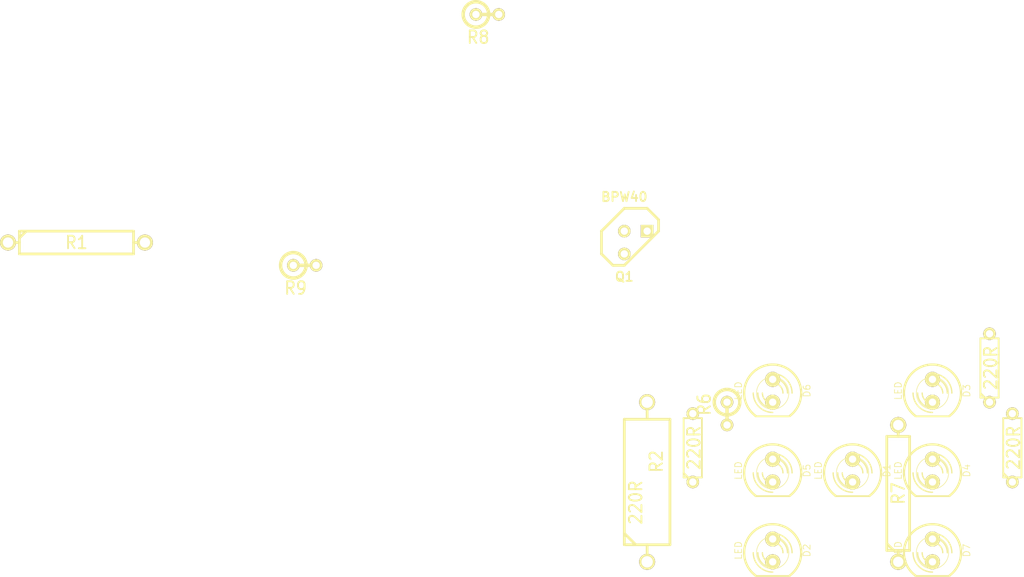
<source format=kicad_pcb>
(kicad_pcb (version 3) (host pcbnew "(22-Jun-2014 BZR 4027)-stable")

  (general
    (links 18)
    (no_connects 18)
    (area 16.8275 21.488399 134.02945 98.450401)
    (thickness 1.6)
    (drawings 0)
    (tracks 0)
    (zones 0)
    (modules 17)
    (nets 17)
  )

  (page A3)
  (layers
    (15 F.Cu signal)
    (0 B.Cu signal)
    (16 B.Adhes user)
    (17 F.Adhes user)
    (18 B.Paste user)
    (19 F.Paste user)
    (20 B.SilkS user)
    (21 F.SilkS user)
    (22 B.Mask user)
    (23 F.Mask user)
    (24 Dwgs.User user)
    (25 Cmts.User user)
    (26 Eco1.User user)
    (27 Eco2.User user)
    (28 Edge.Cuts user)
  )

  (setup
    (last_trace_width 0.254)
    (trace_clearance 0.254)
    (zone_clearance 0.508)
    (zone_45_only no)
    (trace_min 0.254)
    (segment_width 0.2)
    (edge_width 0.1)
    (via_size 0.889)
    (via_drill 0.635)
    (via_min_size 0.889)
    (via_min_drill 0.508)
    (uvia_size 0.508)
    (uvia_drill 0.127)
    (uvias_allowed no)
    (uvia_min_size 0.508)
    (uvia_min_drill 0.127)
    (pcb_text_width 0.3)
    (pcb_text_size 1.5 1.5)
    (mod_edge_width 0.15)
    (mod_text_size 1 1)
    (mod_text_width 0.15)
    (pad_size 1.5 1.5)
    (pad_drill 0.6)
    (pad_to_mask_clearance 0)
    (aux_axis_origin 0 0)
    (visible_elements FFFFFFBF)
    (pcbplotparams
      (layerselection 3178497)
      (usegerberextensions true)
      (excludeedgelayer true)
      (linewidth 0.150000)
      (plotframeref false)
      (viasonmask false)
      (mode 1)
      (useauxorigin false)
      (hpglpennumber 1)
      (hpglpenspeed 20)
      (hpglpendiameter 15)
      (hpglpenoverlay 2)
      (psnegative false)
      (psa4output false)
      (plotreference true)
      (plotvalue true)
      (plotothertext true)
      (plotinvisibletext false)
      (padsonsilk false)
      (subtractmaskfromsilk false)
      (outputformat 1)
      (mirror false)
      (drillshape 1)
      (scaleselection 1)
      (outputdirectory ""))
  )

  (net 0 "")
  (net 1 GND)
  (net 2 N-000001)
  (net 3 N-0000010)
  (net 4 N-0000011)
  (net 5 N-0000012)
  (net 6 N-0000013)
  (net 7 N-0000014)
  (net 8 N-0000015)
  (net 9 N-000002)
  (net 10 N-000003)
  (net 11 N-000004)
  (net 12 N-000005)
  (net 13 N-000006)
  (net 14 N-000007)
  (net 15 N-000008)
  (net 16 VCC)

  (net_class Default "Dies ist die voreingestellte Netzklasse."
    (clearance 0.254)
    (trace_width 0.254)
    (via_dia 0.889)
    (via_drill 0.635)
    (uvia_dia 0.508)
    (uvia_drill 0.127)
    (add_net "")
    (add_net GND)
    (add_net N-000001)
    (add_net N-0000010)
    (add_net N-0000011)
    (add_net N-0000012)
    (add_net N-0000013)
    (add_net N-0000014)
    (add_net N-0000015)
    (add_net N-000002)
    (add_net N-000003)
    (add_net N-000004)
    (add_net N-000005)
    (add_net N-000006)
    (add_net N-000007)
    (add_net N-000008)
    (add_net VCC)
  )

  (module TO92 (layer F.Cu) (tedit 443CFFD1) (tstamp 55ABC1FE)
    (at 96.52 60.96)
    (descr "Transistor TO92 brochage type BC237")
    (tags "TR TO92")
    (path /55994683)
    (fp_text reference Q1 (at -1.27 3.81) (layer F.SilkS)
      (effects (font (size 1.016 1.016) (thickness 0.2032)))
    )
    (fp_text value BPW40 (at -1.27 -5.08) (layer F.SilkS)
      (effects (font (size 1.016 1.016) (thickness 0.2032)))
    )
    (fp_line (start -1.27 2.54) (end 2.54 -1.27) (layer F.SilkS) (width 0.3048))
    (fp_line (start 2.54 -1.27) (end 2.54 -2.54) (layer F.SilkS) (width 0.3048))
    (fp_line (start 2.54 -2.54) (end 1.27 -3.81) (layer F.SilkS) (width 0.3048))
    (fp_line (start 1.27 -3.81) (end -1.27 -3.81) (layer F.SilkS) (width 0.3048))
    (fp_line (start -1.27 -3.81) (end -3.81 -1.27) (layer F.SilkS) (width 0.3048))
    (fp_line (start -3.81 -1.27) (end -3.81 1.27) (layer F.SilkS) (width 0.3048))
    (fp_line (start -3.81 1.27) (end -2.54 2.54) (layer F.SilkS) (width 0.3048))
    (fp_line (start -2.54 2.54) (end -1.27 2.54) (layer F.SilkS) (width 0.3048))
    (pad 1 thru_hole rect (at 1.27 -1.27) (size 1.397 1.397) (drill 0.8128)
      (layers *.Cu *.Mask F.SilkS)
      (net 8 N-0000015)
    )
    (pad 2 thru_hole circle (at -1.27 -1.27) (size 1.397 1.397) (drill 0.8128)
      (layers *.Cu *.Mask F.SilkS)
    )
    (pad 3 thru_hole circle (at -1.27 1.27) (size 1.397 1.397) (drill 0.8128)
      (layers *.Cu *.Mask F.SilkS)
      (net 1 GND)
    )
    (model discret/to98.wrl
      (at (xyz 0 0 0))
      (scale (xyz 1 1 1))
      (rotate (xyz 0 0 0))
    )
  )

  (module R7 (layer F.Cu) (tedit 200000) (tstamp 55ABC20E)
    (at 97.79 87.63 90)
    (descr "Resitance 7 pas")
    (tags R)
    (path /5599441B)
    (autoplace_cost180 10)
    (fp_text reference R2 (at 2.286 1.016 90) (layer F.SilkS)
      (effects (font (size 1.397 1.27) (thickness 0.2032)))
    )
    (fp_text value 220R (at -2.286 -1.27 90) (layer F.SilkS)
      (effects (font (size 1.397 1.27) (thickness 0.2032)))
    )
    (fp_line (start -8.89 0) (end -8.89 0) (layer F.SilkS) (width 0.3048))
    (fp_line (start -8.89 0) (end -8.89 0) (layer F.SilkS) (width 0.3048))
    (fp_line (start 6.985 0) (end 8.89 0) (layer F.SilkS) (width 0.3048))
    (fp_line (start 8.89 0) (end 8.89 0) (layer F.SilkS) (width 0.3048))
    (fp_line (start 6.985 2.54) (end -6.985 2.54) (layer F.SilkS) (width 0.3048))
    (fp_line (start -6.985 -2.54) (end 6.985 -2.54) (layer F.SilkS) (width 0.3048))
    (fp_line (start -6.985 -1.27) (end -5.715 -2.54) (layer F.SilkS) (width 0.3048))
    (fp_line (start 6.985 -2.54) (end 6.985 2.54) (layer F.SilkS) (width 0.3048))
    (fp_line (start -6.985 -2.54) (end -6.985 2.54) (layer F.SilkS) (width 0.3048))
    (fp_line (start -8.89 0) (end -6.985 0) (layer F.SilkS) (width 0.3048))
    (pad 1 thru_hole circle (at -8.89 0 90) (size 1.778 1.778) (drill 1.27)
      (layers *.Cu *.Mask F.SilkS)
      (net 10 N-000003)
    )
    (pad 2 thru_hole circle (at 8.89 0 90) (size 1.778 1.778) (drill 1.27)
      (layers *.Cu *.Mask F.SilkS)
      (net 5 N-0000012)
    )
    (model discret/resistor.wrl
      (at (xyz 0 0 0))
      (scale (xyz 0.7 0.7 0.7))
      (rotate (xyz 0 0 0))
    )
  )

  (module R6 (layer F.Cu) (tedit 200000) (tstamp 55ABC21B)
    (at 125.73 88.9 90)
    (descr "Resistance 6 pas")
    (tags R)
    (path /559934D7)
    (autoplace_cost180 10)
    (fp_text reference R7 (at 0 0 90) (layer F.SilkS)
      (effects (font (size 1.397 1.27) (thickness 0.2032)))
    )
    (fp_text value 220R (at 0.254 0 90) (layer F.SilkS) hide
      (effects (font (size 1.397 1.27) (thickness 0.2032)))
    )
    (fp_line (start -6.35 -1.27) (end 6.35 -1.27) (layer F.SilkS) (width 0.3048))
    (fp_line (start 6.35 -1.27) (end 6.35 1.27) (layer F.SilkS) (width 0.3048))
    (fp_line (start 6.35 1.27) (end -6.35 1.27) (layer F.SilkS) (width 0.3048))
    (fp_line (start 6.35 0) (end 7.62 0) (layer F.SilkS) (width 0.3048))
    (fp_line (start -7.62 0) (end -6.35 0) (layer F.SilkS) (width 0.3048))
    (fp_line (start -6.35 -0.508) (end -5.588 -1.27) (layer F.SilkS) (width 0.3048))
    (fp_line (start -6.35 -1.27) (end -6.35 1.27) (layer F.SilkS) (width 0.3048))
    (pad 1 thru_hole circle (at -7.62 0 90) (size 1.778 1.778) (drill 1.143)
      (layers *.Cu *.Mask F.SilkS)
      (net 15 N-000008)
    )
    (pad 2 thru_hole circle (at 7.62 0 90) (size 1.778 1.778) (drill 1.143)
      (layers *.Cu *.Mask F.SilkS)
      (net 7 N-0000014)
    )
    (model discret/resistor.wrl
      (at (xyz 0 0 0))
      (scale (xyz 0.6 0.6 0.6))
      (rotate (xyz 0 0 0))
    )
  )

  (module R6 (layer F.Cu) (tedit 200000) (tstamp 55ABC228)
    (at 34.29 60.96)
    (descr "Resistance 6 pas")
    (tags R)
    (path /559943E7)
    (autoplace_cost180 10)
    (fp_text reference R1 (at 0 0) (layer F.SilkS)
      (effects (font (size 1.397 1.27) (thickness 0.2032)))
    )
    (fp_text value 220R (at 0.254 0) (layer F.SilkS) hide
      (effects (font (size 1.397 1.27) (thickness 0.2032)))
    )
    (fp_line (start -6.35 -1.27) (end 6.35 -1.27) (layer F.SilkS) (width 0.3048))
    (fp_line (start 6.35 -1.27) (end 6.35 1.27) (layer F.SilkS) (width 0.3048))
    (fp_line (start 6.35 1.27) (end -6.35 1.27) (layer F.SilkS) (width 0.3048))
    (fp_line (start 6.35 0) (end 7.62 0) (layer F.SilkS) (width 0.3048))
    (fp_line (start -7.62 0) (end -6.35 0) (layer F.SilkS) (width 0.3048))
    (fp_line (start -6.35 -0.508) (end -5.588 -1.27) (layer F.SilkS) (width 0.3048))
    (fp_line (start -6.35 -1.27) (end -6.35 1.27) (layer F.SilkS) (width 0.3048))
    (pad 1 thru_hole circle (at -7.62 0) (size 1.778 1.778) (drill 1.143)
      (layers *.Cu *.Mask F.SilkS)
      (net 13 N-000006)
    )
    (pad 2 thru_hole circle (at 7.62 0) (size 1.778 1.778) (drill 1.143)
      (layers *.Cu *.Mask F.SilkS)
      (net 4 N-0000011)
    )
    (model discret/resistor.wrl
      (at (xyz 0 0 0))
      (scale (xyz 0.6 0.6 0.6))
      (rotate (xyz 0 0 0))
    )
  )

  (module R3 (layer F.Cu) (tedit 4E4C0E65) (tstamp 55ABC236)
    (at 102.87 83.82 90)
    (descr "Resitance 3 pas")
    (tags R)
    (path /559943F4)
    (autoplace_cost180 10)
    (fp_text reference R5 (at 0 0.127 90) (layer F.SilkS) hide
      (effects (font (size 1.397 1.27) (thickness 0.2032)))
    )
    (fp_text value 220R (at 0 0.127 90) (layer F.SilkS)
      (effects (font (size 1.397 1.27) (thickness 0.2032)))
    )
    (fp_line (start -3.81 0) (end -3.302 0) (layer F.SilkS) (width 0.2032))
    (fp_line (start 3.81 0) (end 3.302 0) (layer F.SilkS) (width 0.2032))
    (fp_line (start 3.302 0) (end 3.302 -1.016) (layer F.SilkS) (width 0.2032))
    (fp_line (start 3.302 -1.016) (end -3.302 -1.016) (layer F.SilkS) (width 0.2032))
    (fp_line (start -3.302 -1.016) (end -3.302 1.016) (layer F.SilkS) (width 0.2032))
    (fp_line (start -3.302 1.016) (end 3.302 1.016) (layer F.SilkS) (width 0.2032))
    (fp_line (start 3.302 1.016) (end 3.302 0) (layer F.SilkS) (width 0.2032))
    (fp_line (start -3.302 -0.508) (end -2.794 -1.016) (layer F.SilkS) (width 0.2032))
    (pad 1 thru_hole circle (at -3.81 0 90) (size 1.397 1.397) (drill 0.8128)
      (layers *.Cu *.Mask F.SilkS)
      (net 12 N-000005)
    )
    (pad 2 thru_hole circle (at 3.81 0 90) (size 1.397 1.397) (drill 0.8128)
      (layers *.Cu *.Mask F.SilkS)
      (net 9 N-000002)
    )
    (model discret/resistor.wrl
      (at (xyz 0 0 0))
      (scale (xyz 0.3 0.3 0.3))
      (rotate (xyz 0 0 0))
    )
  )

  (module R3 (layer F.Cu) (tedit 4E4C0E65) (tstamp 55ABC244)
    (at 138.43 83.82 90)
    (descr "Resitance 3 pas")
    (tags R)
    (path /55994401)
    (autoplace_cost180 10)
    (fp_text reference R4 (at 0 0.127 90) (layer F.SilkS) hide
      (effects (font (size 1.397 1.27) (thickness 0.2032)))
    )
    (fp_text value 220R (at 0 0.127 90) (layer F.SilkS)
      (effects (font (size 1.397 1.27) (thickness 0.2032)))
    )
    (fp_line (start -3.81 0) (end -3.302 0) (layer F.SilkS) (width 0.2032))
    (fp_line (start 3.81 0) (end 3.302 0) (layer F.SilkS) (width 0.2032))
    (fp_line (start 3.302 0) (end 3.302 -1.016) (layer F.SilkS) (width 0.2032))
    (fp_line (start 3.302 -1.016) (end -3.302 -1.016) (layer F.SilkS) (width 0.2032))
    (fp_line (start -3.302 -1.016) (end -3.302 1.016) (layer F.SilkS) (width 0.2032))
    (fp_line (start -3.302 1.016) (end 3.302 1.016) (layer F.SilkS) (width 0.2032))
    (fp_line (start 3.302 1.016) (end 3.302 0) (layer F.SilkS) (width 0.2032))
    (fp_line (start -3.302 -0.508) (end -2.794 -1.016) (layer F.SilkS) (width 0.2032))
    (pad 1 thru_hole circle (at -3.81 0 90) (size 1.397 1.397) (drill 0.8128)
      (layers *.Cu *.Mask F.SilkS)
      (net 11 N-000004)
    )
    (pad 2 thru_hole circle (at 3.81 0 90) (size 1.397 1.397) (drill 0.8128)
      (layers *.Cu *.Mask F.SilkS)
      (net 9 N-000002)
    )
    (model discret/resistor.wrl
      (at (xyz 0 0 0))
      (scale (xyz 0.3 0.3 0.3))
      (rotate (xyz 0 0 0))
    )
  )

  (module R3 (layer F.Cu) (tedit 4E4C0E65) (tstamp 55ABC252)
    (at 135.89 74.93 90)
    (descr "Resitance 3 pas")
    (tags R)
    (path /5599440E)
    (autoplace_cost180 10)
    (fp_text reference R3 (at 0 0.127 90) (layer F.SilkS) hide
      (effects (font (size 1.397 1.27) (thickness 0.2032)))
    )
    (fp_text value 220R (at 0 0.127 90) (layer F.SilkS)
      (effects (font (size 1.397 1.27) (thickness 0.2032)))
    )
    (fp_line (start -3.81 0) (end -3.302 0) (layer F.SilkS) (width 0.2032))
    (fp_line (start 3.81 0) (end 3.302 0) (layer F.SilkS) (width 0.2032))
    (fp_line (start 3.302 0) (end 3.302 -1.016) (layer F.SilkS) (width 0.2032))
    (fp_line (start 3.302 -1.016) (end -3.302 -1.016) (layer F.SilkS) (width 0.2032))
    (fp_line (start -3.302 -1.016) (end -3.302 1.016) (layer F.SilkS) (width 0.2032))
    (fp_line (start -3.302 1.016) (end 3.302 1.016) (layer F.SilkS) (width 0.2032))
    (fp_line (start 3.302 1.016) (end 3.302 0) (layer F.SilkS) (width 0.2032))
    (fp_line (start -3.302 -0.508) (end -2.794 -1.016) (layer F.SilkS) (width 0.2032))
    (pad 1 thru_hole circle (at -3.81 0 90) (size 1.397 1.397) (drill 0.8128)
      (layers *.Cu *.Mask F.SilkS)
      (net 2 N-000001)
    )
    (pad 2 thru_hole circle (at 3.81 0 90) (size 1.397 1.397) (drill 0.8128)
      (layers *.Cu *.Mask F.SilkS)
      (net 5 N-0000012)
    )
    (model discret/resistor.wrl
      (at (xyz 0 0 0))
      (scale (xyz 0.3 0.3 0.3))
      (rotate (xyz 0 0 0))
    )
  )

  (module R1 (layer F.Cu) (tedit 200000) (tstamp 55ABC25A)
    (at 59.69 63.5)
    (descr "Resistance verticale")
    (tags R)
    (path /55AB861B)
    (autoplace_cost90 10)
    (autoplace_cost180 10)
    (fp_text reference R9 (at -1.016 2.54) (layer F.SilkS)
      (effects (font (size 1.397 1.27) (thickness 0.2032)))
    )
    (fp_text value 10K (at -1.143 2.54) (layer F.SilkS) hide
      (effects (font (size 1.397 1.27) (thickness 0.2032)))
    )
    (fp_line (start -1.27 0) (end 1.27 0) (layer F.SilkS) (width 0.381))
    (fp_circle (center -1.27 0) (end -0.635 1.27) (layer F.SilkS) (width 0.381))
    (pad 1 thru_hole circle (at -1.27 0) (size 1.397 1.397) (drill 0.8128)
      (layers *.Cu *.Mask F.SilkS)
      (net 16 VCC)
    )
    (pad 2 thru_hole circle (at 1.27 0) (size 1.397 1.397) (drill 0.8128)
      (layers *.Cu *.Mask F.SilkS)
      (net 3 N-0000010)
    )
    (model discret/verti_resistor.wrl
      (at (xyz 0 0 0))
      (scale (xyz 1 1 1))
      (rotate (xyz 0 0 0))
    )
  )

  (module R1 (layer F.Cu) (tedit 200000) (tstamp 55ABC262)
    (at 80.01 35.56)
    (descr "Resistance verticale")
    (tags R)
    (path /559946F1)
    (autoplace_cost90 10)
    (autoplace_cost180 10)
    (fp_text reference R8 (at -1.016 2.54) (layer F.SilkS)
      (effects (font (size 1.397 1.27) (thickness 0.2032)))
    )
    (fp_text value 12K (at -1.143 2.54) (layer F.SilkS) hide
      (effects (font (size 1.397 1.27) (thickness 0.2032)))
    )
    (fp_line (start -1.27 0) (end 1.27 0) (layer F.SilkS) (width 0.381))
    (fp_circle (center -1.27 0) (end -0.635 1.27) (layer F.SilkS) (width 0.381))
    (pad 1 thru_hole circle (at -1.27 0) (size 1.397 1.397) (drill 0.8128)
      (layers *.Cu *.Mask F.SilkS)
      (net 16 VCC)
    )
    (pad 2 thru_hole circle (at 1.27 0) (size 1.397 1.397) (drill 0.8128)
      (layers *.Cu *.Mask F.SilkS)
      (net 6 N-0000013)
    )
    (model discret/verti_resistor.wrl
      (at (xyz 0 0 0))
      (scale (xyz 1 1 1))
      (rotate (xyz 0 0 0))
    )
  )

  (module R1 (layer F.Cu) (tedit 200000) (tstamp 55ABC26A)
    (at 106.68 80.01 270)
    (descr "Resistance verticale")
    (tags R)
    (path /559943D6)
    (autoplace_cost90 10)
    (autoplace_cost180 10)
    (fp_text reference R6 (at -1.016 2.54 270) (layer F.SilkS)
      (effects (font (size 1.397 1.27) (thickness 0.2032)))
    )
    (fp_text value 220R (at -1.143 2.54 270) (layer F.SilkS) hide
      (effects (font (size 1.397 1.27) (thickness 0.2032)))
    )
    (fp_line (start -1.27 0) (end 1.27 0) (layer F.SilkS) (width 0.381))
    (fp_circle (center -1.27 0) (end -0.635 1.27) (layer F.SilkS) (width 0.381))
    (pad 1 thru_hole circle (at -1.27 0 270) (size 1.397 1.397) (drill 0.8128)
      (layers *.Cu *.Mask F.SilkS)
      (net 14 N-000007)
    )
    (pad 2 thru_hole circle (at 1.27 0 270) (size 1.397 1.397) (drill 0.8128)
      (layers *.Cu *.Mask F.SilkS)
      (net 7 N-0000014)
    )
    (model discret/verti_resistor.wrl
      (at (xyz 0 0 0))
      (scale (xyz 1 1 1))
      (rotate (xyz 0 0 0))
    )
  )

  (module LED-5MM (layer F.Cu) (tedit 50ADE86B) (tstamp 55ABC279)
    (at 129.54 86.36 270)
    (descr "LED 5mm - Lead pitch 100mil (2,54mm)")
    (tags "LED led 5mm 5MM 100mil 2,54mm")
    (path /559943FB)
    (fp_text reference D4 (at 0 -3.81 270) (layer F.SilkS)
      (effects (font (size 0.762 0.762) (thickness 0.0889)))
    )
    (fp_text value LED (at 0 3.81 270) (layer F.SilkS)
      (effects (font (size 0.762 0.762) (thickness 0.0889)))
    )
    (fp_line (start 2.8448 1.905) (end 2.8448 -1.905) (layer F.SilkS) (width 0.2032))
    (fp_circle (center 0.254 0) (end -1.016 1.27) (layer F.SilkS) (width 0.0762))
    (fp_arc (start 0.254 0) (end 2.794 1.905) (angle 286.2) (layer F.SilkS) (width 0.254))
    (fp_arc (start 0.254 0) (end -0.889 0) (angle 90) (layer F.SilkS) (width 0.1524))
    (fp_arc (start 0.254 0) (end 1.397 0) (angle 90) (layer F.SilkS) (width 0.1524))
    (fp_arc (start 0.254 0) (end -1.397 0) (angle 90) (layer F.SilkS) (width 0.1524))
    (fp_arc (start 0.254 0) (end 1.905 0) (angle 90) (layer F.SilkS) (width 0.1524))
    (fp_arc (start 0.254 0) (end -1.905 0) (angle 90) (layer F.SilkS) (width 0.1524))
    (fp_arc (start 0.254 0) (end 2.413 0) (angle 90) (layer F.SilkS) (width 0.1524))
    (pad 1 thru_hole circle (at -1.27 0 270) (size 1.6764 1.6764) (drill 0.8128)
      (layers *.Cu *.Mask F.SilkS)
      (net 16 VCC)
    )
    (pad 2 thru_hole circle (at 1.27 0 270) (size 1.6764 1.6764) (drill 0.8128)
      (layers *.Cu *.Mask F.SilkS)
      (net 11 N-000004)
    )
    (model discret/leds/led5_vertical_verde.wrl
      (at (xyz 0 0 0))
      (scale (xyz 1 1 1))
      (rotate (xyz 0 0 0))
    )
  )

  (module LED-5MM (layer F.Cu) (tedit 50ADE86B) (tstamp 55ABC288)
    (at 111.76 95.25 270)
    (descr "LED 5mm - Lead pitch 100mil (2,54mm)")
    (tags "LED led 5mm 5MM 100mil 2,54mm")
    (path /55994415)
    (fp_text reference D2 (at 0 -3.81 270) (layer F.SilkS)
      (effects (font (size 0.762 0.762) (thickness 0.0889)))
    )
    (fp_text value LED (at 0 3.81 270) (layer F.SilkS)
      (effects (font (size 0.762 0.762) (thickness 0.0889)))
    )
    (fp_line (start 2.8448 1.905) (end 2.8448 -1.905) (layer F.SilkS) (width 0.2032))
    (fp_circle (center 0.254 0) (end -1.016 1.27) (layer F.SilkS) (width 0.0762))
    (fp_arc (start 0.254 0) (end 2.794 1.905) (angle 286.2) (layer F.SilkS) (width 0.254))
    (fp_arc (start 0.254 0) (end -0.889 0) (angle 90) (layer F.SilkS) (width 0.1524))
    (fp_arc (start 0.254 0) (end 1.397 0) (angle 90) (layer F.SilkS) (width 0.1524))
    (fp_arc (start 0.254 0) (end -1.397 0) (angle 90) (layer F.SilkS) (width 0.1524))
    (fp_arc (start 0.254 0) (end 1.905 0) (angle 90) (layer F.SilkS) (width 0.1524))
    (fp_arc (start 0.254 0) (end -1.905 0) (angle 90) (layer F.SilkS) (width 0.1524))
    (fp_arc (start 0.254 0) (end 2.413 0) (angle 90) (layer F.SilkS) (width 0.1524))
    (pad 1 thru_hole circle (at -1.27 0 270) (size 1.6764 1.6764) (drill 0.8128)
      (layers *.Cu *.Mask F.SilkS)
      (net 16 VCC)
    )
    (pad 2 thru_hole circle (at 1.27 0 270) (size 1.6764 1.6764) (drill 0.8128)
      (layers *.Cu *.Mask F.SilkS)
      (net 10 N-000003)
    )
    (model discret/leds/led5_vertical_verde.wrl
      (at (xyz 0 0 0))
      (scale (xyz 1 1 1))
      (rotate (xyz 0 0 0))
    )
  )

  (module LED-5MM (layer F.Cu) (tedit 50ADE86B) (tstamp 55ABC297)
    (at 129.54 77.47 270)
    (descr "LED 5mm - Lead pitch 100mil (2,54mm)")
    (tags "LED led 5mm 5MM 100mil 2,54mm")
    (path /55994408)
    (fp_text reference D3 (at 0 -3.81 270) (layer F.SilkS)
      (effects (font (size 0.762 0.762) (thickness 0.0889)))
    )
    (fp_text value LED (at 0 3.81 270) (layer F.SilkS)
      (effects (font (size 0.762 0.762) (thickness 0.0889)))
    )
    (fp_line (start 2.8448 1.905) (end 2.8448 -1.905) (layer F.SilkS) (width 0.2032))
    (fp_circle (center 0.254 0) (end -1.016 1.27) (layer F.SilkS) (width 0.0762))
    (fp_arc (start 0.254 0) (end 2.794 1.905) (angle 286.2) (layer F.SilkS) (width 0.254))
    (fp_arc (start 0.254 0) (end -0.889 0) (angle 90) (layer F.SilkS) (width 0.1524))
    (fp_arc (start 0.254 0) (end 1.397 0) (angle 90) (layer F.SilkS) (width 0.1524))
    (fp_arc (start 0.254 0) (end -1.397 0) (angle 90) (layer F.SilkS) (width 0.1524))
    (fp_arc (start 0.254 0) (end 1.905 0) (angle 90) (layer F.SilkS) (width 0.1524))
    (fp_arc (start 0.254 0) (end -1.905 0) (angle 90) (layer F.SilkS) (width 0.1524))
    (fp_arc (start 0.254 0) (end 2.413 0) (angle 90) (layer F.SilkS) (width 0.1524))
    (pad 1 thru_hole circle (at -1.27 0 270) (size 1.6764 1.6764) (drill 0.8128)
      (layers *.Cu *.Mask F.SilkS)
      (net 16 VCC)
    )
    (pad 2 thru_hole circle (at 1.27 0 270) (size 1.6764 1.6764) (drill 0.8128)
      (layers *.Cu *.Mask F.SilkS)
      (net 2 N-000001)
    )
    (model discret/leds/led5_vertical_verde.wrl
      (at (xyz 0 0 0))
      (scale (xyz 1 1 1))
      (rotate (xyz 0 0 0))
    )
  )

  (module LED-5MM (layer F.Cu) (tedit 50ADE86B) (tstamp 55ABC2A6)
    (at 111.76 86.36 270)
    (descr "LED 5mm - Lead pitch 100mil (2,54mm)")
    (tags "LED led 5mm 5MM 100mil 2,54mm")
    (path /559943EE)
    (fp_text reference D5 (at 0 -3.81 270) (layer F.SilkS)
      (effects (font (size 0.762 0.762) (thickness 0.0889)))
    )
    (fp_text value LED (at 0 3.81 270) (layer F.SilkS)
      (effects (font (size 0.762 0.762) (thickness 0.0889)))
    )
    (fp_line (start 2.8448 1.905) (end 2.8448 -1.905) (layer F.SilkS) (width 0.2032))
    (fp_circle (center 0.254 0) (end -1.016 1.27) (layer F.SilkS) (width 0.0762))
    (fp_arc (start 0.254 0) (end 2.794 1.905) (angle 286.2) (layer F.SilkS) (width 0.254))
    (fp_arc (start 0.254 0) (end -0.889 0) (angle 90) (layer F.SilkS) (width 0.1524))
    (fp_arc (start 0.254 0) (end 1.397 0) (angle 90) (layer F.SilkS) (width 0.1524))
    (fp_arc (start 0.254 0) (end -1.397 0) (angle 90) (layer F.SilkS) (width 0.1524))
    (fp_arc (start 0.254 0) (end 1.905 0) (angle 90) (layer F.SilkS) (width 0.1524))
    (fp_arc (start 0.254 0) (end -1.905 0) (angle 90) (layer F.SilkS) (width 0.1524))
    (fp_arc (start 0.254 0) (end 2.413 0) (angle 90) (layer F.SilkS) (width 0.1524))
    (pad 1 thru_hole circle (at -1.27 0 270) (size 1.6764 1.6764) (drill 0.8128)
      (layers *.Cu *.Mask F.SilkS)
      (net 16 VCC)
    )
    (pad 2 thru_hole circle (at 1.27 0 270) (size 1.6764 1.6764) (drill 0.8128)
      (layers *.Cu *.Mask F.SilkS)
      (net 12 N-000005)
    )
    (model discret/leds/led5_vertical_verde.wrl
      (at (xyz 0 0 0))
      (scale (xyz 1 1 1))
      (rotate (xyz 0 0 0))
    )
  )

  (module LED-5MM (layer F.Cu) (tedit 50ADE86B) (tstamp 55ABC2B5)
    (at 120.65 86.36 270)
    (descr "LED 5mm - Lead pitch 100mil (2,54mm)")
    (tags "LED led 5mm 5MM 100mil 2,54mm")
    (path /559943E1)
    (fp_text reference D1 (at 0 -3.81 270) (layer F.SilkS)
      (effects (font (size 0.762 0.762) (thickness 0.0889)))
    )
    (fp_text value LED (at 0 3.81 270) (layer F.SilkS)
      (effects (font (size 0.762 0.762) (thickness 0.0889)))
    )
    (fp_line (start 2.8448 1.905) (end 2.8448 -1.905) (layer F.SilkS) (width 0.2032))
    (fp_circle (center 0.254 0) (end -1.016 1.27) (layer F.SilkS) (width 0.0762))
    (fp_arc (start 0.254 0) (end 2.794 1.905) (angle 286.2) (layer F.SilkS) (width 0.254))
    (fp_arc (start 0.254 0) (end -0.889 0) (angle 90) (layer F.SilkS) (width 0.1524))
    (fp_arc (start 0.254 0) (end 1.397 0) (angle 90) (layer F.SilkS) (width 0.1524))
    (fp_arc (start 0.254 0) (end -1.397 0) (angle 90) (layer F.SilkS) (width 0.1524))
    (fp_arc (start 0.254 0) (end 1.905 0) (angle 90) (layer F.SilkS) (width 0.1524))
    (fp_arc (start 0.254 0) (end -1.905 0) (angle 90) (layer F.SilkS) (width 0.1524))
    (fp_arc (start 0.254 0) (end 2.413 0) (angle 90) (layer F.SilkS) (width 0.1524))
    (pad 1 thru_hole circle (at -1.27 0 270) (size 1.6764 1.6764) (drill 0.8128)
      (layers *.Cu *.Mask F.SilkS)
      (net 16 VCC)
    )
    (pad 2 thru_hole circle (at 1.27 0 270) (size 1.6764 1.6764) (drill 0.8128)
      (layers *.Cu *.Mask F.SilkS)
      (net 13 N-000006)
    )
    (model discret/leds/led5_vertical_verde.wrl
      (at (xyz 0 0 0))
      (scale (xyz 1 1 1))
      (rotate (xyz 0 0 0))
    )
  )

  (module LED-5MM (layer F.Cu) (tedit 50ADE86B) (tstamp 55ABC2C4)
    (at 111.76 77.47 270)
    (descr "LED 5mm - Lead pitch 100mil (2,54mm)")
    (tags "LED led 5mm 5MM 100mil 2,54mm")
    (path /559943D0)
    (fp_text reference D6 (at 0 -3.81 270) (layer F.SilkS)
      (effects (font (size 0.762 0.762) (thickness 0.0889)))
    )
    (fp_text value LED (at 0 3.81 270) (layer F.SilkS)
      (effects (font (size 0.762 0.762) (thickness 0.0889)))
    )
    (fp_line (start 2.8448 1.905) (end 2.8448 -1.905) (layer F.SilkS) (width 0.2032))
    (fp_circle (center 0.254 0) (end -1.016 1.27) (layer F.SilkS) (width 0.0762))
    (fp_arc (start 0.254 0) (end 2.794 1.905) (angle 286.2) (layer F.SilkS) (width 0.254))
    (fp_arc (start 0.254 0) (end -0.889 0) (angle 90) (layer F.SilkS) (width 0.1524))
    (fp_arc (start 0.254 0) (end 1.397 0) (angle 90) (layer F.SilkS) (width 0.1524))
    (fp_arc (start 0.254 0) (end -1.397 0) (angle 90) (layer F.SilkS) (width 0.1524))
    (fp_arc (start 0.254 0) (end 1.905 0) (angle 90) (layer F.SilkS) (width 0.1524))
    (fp_arc (start 0.254 0) (end -1.905 0) (angle 90) (layer F.SilkS) (width 0.1524))
    (fp_arc (start 0.254 0) (end 2.413 0) (angle 90) (layer F.SilkS) (width 0.1524))
    (pad 1 thru_hole circle (at -1.27 0 270) (size 1.6764 1.6764) (drill 0.8128)
      (layers *.Cu *.Mask F.SilkS)
      (net 16 VCC)
    )
    (pad 2 thru_hole circle (at 1.27 0 270) (size 1.6764 1.6764) (drill 0.8128)
      (layers *.Cu *.Mask F.SilkS)
      (net 14 N-000007)
    )
    (model discret/leds/led5_vertical_verde.wrl
      (at (xyz 0 0 0))
      (scale (xyz 1 1 1))
      (rotate (xyz 0 0 0))
    )
  )

  (module LED-5MM (layer F.Cu) (tedit 50ADE86B) (tstamp 55ABC2D3)
    (at 129.54 95.25 270)
    (descr "LED 5mm - Lead pitch 100mil (2,54mm)")
    (tags "LED led 5mm 5MM 100mil 2,54mm")
    (path /5599348D)
    (fp_text reference D7 (at 0 -3.81 270) (layer F.SilkS)
      (effects (font (size 0.762 0.762) (thickness 0.0889)))
    )
    (fp_text value LED (at 0 3.81 270) (layer F.SilkS)
      (effects (font (size 0.762 0.762) (thickness 0.0889)))
    )
    (fp_line (start 2.8448 1.905) (end 2.8448 -1.905) (layer F.SilkS) (width 0.2032))
    (fp_circle (center 0.254 0) (end -1.016 1.27) (layer F.SilkS) (width 0.0762))
    (fp_arc (start 0.254 0) (end 2.794 1.905) (angle 286.2) (layer F.SilkS) (width 0.254))
    (fp_arc (start 0.254 0) (end -0.889 0) (angle 90) (layer F.SilkS) (width 0.1524))
    (fp_arc (start 0.254 0) (end 1.397 0) (angle 90) (layer F.SilkS) (width 0.1524))
    (fp_arc (start 0.254 0) (end -1.397 0) (angle 90) (layer F.SilkS) (width 0.1524))
    (fp_arc (start 0.254 0) (end 1.905 0) (angle 90) (layer F.SilkS) (width 0.1524))
    (fp_arc (start 0.254 0) (end -1.905 0) (angle 90) (layer F.SilkS) (width 0.1524))
    (fp_arc (start 0.254 0) (end 2.413 0) (angle 90) (layer F.SilkS) (width 0.1524))
    (pad 1 thru_hole circle (at -1.27 0 270) (size 1.6764 1.6764) (drill 0.8128)
      (layers *.Cu *.Mask F.SilkS)
      (net 16 VCC)
    )
    (pad 2 thru_hole circle (at 1.27 0 270) (size 1.6764 1.6764) (drill 0.8128)
      (layers *.Cu *.Mask F.SilkS)
      (net 15 N-000008)
    )
    (model discret/leds/led5_vertical_verde.wrl
      (at (xyz 0 0 0))
      (scale (xyz 1 1 1))
      (rotate (xyz 0 0 0))
    )
  )

)

</source>
